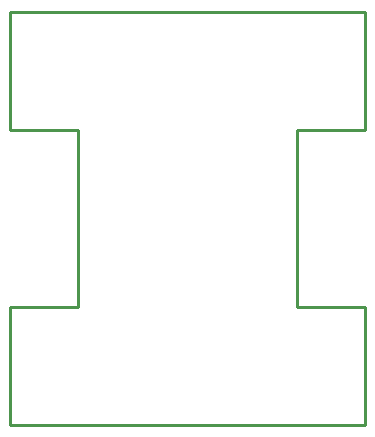
<source format=gko>
G04 Layer_Color=16776960*
%FSLAX25Y25*%
%MOIN*%
G70*
G01*
G75*
%ADD10C,0.01000*%
D10*
X95433Y98425D02*
X118118D01*
X95433Y39370D02*
Y98425D01*
X22685Y39370D02*
Y98425D01*
X0Y39370D02*
X22685D01*
X0Y0D02*
X118118D01*
X0D02*
Y39370D01*
X118118Y0D02*
Y39370D01*
X95433D02*
X118118D01*
Y98425D02*
Y137795D01*
X95433D02*
X118118D01*
X22685D02*
X95433D01*
X0D02*
X22685D01*
X0Y98425D02*
Y137795D01*
Y98425D02*
X22685D01*
M02*

</source>
